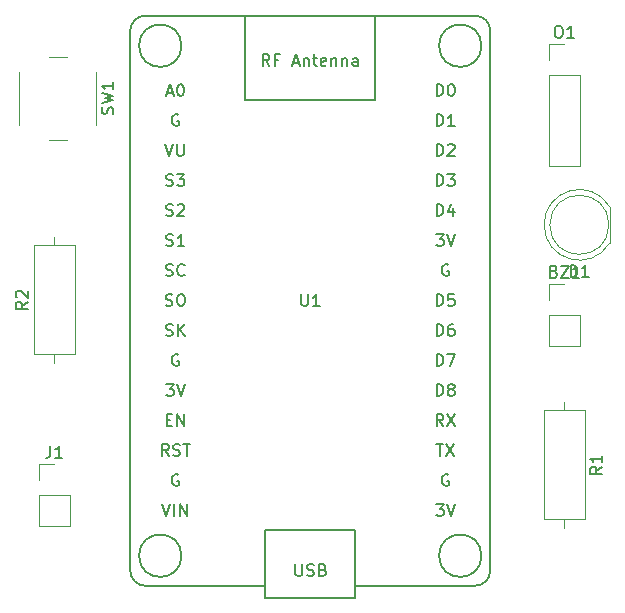
<source format=gbr>
G04 #@! TF.GenerationSoftware,KiCad,Pcbnew,5.1.5-52549c5~86~ubuntu18.04.1*
G04 #@! TF.CreationDate,2020-04-22T12:19:36+02:00*
G04 #@! TF.ProjectId,NODEMCU_PLACA_CENTRAL,4e4f4445-4d43-4555-9f50-4c4143415f43,rev?*
G04 #@! TF.SameCoordinates,Original*
G04 #@! TF.FileFunction,Legend,Top*
G04 #@! TF.FilePolarity,Positive*
%FSLAX46Y46*%
G04 Gerber Fmt 4.6, Leading zero omitted, Abs format (unit mm)*
G04 Created by KiCad (PCBNEW 5.1.5-52549c5~86~ubuntu18.04.1) date 2020-04-22 12:19:36*
%MOMM*%
%LPD*%
G04 APERTURE LIST*
%ADD10C,0.120000*%
%ADD11C,0.150000*%
G04 APERTURE END LIST*
D10*
X162500000Y-110550000D02*
X165160000Y-110550000D01*
X162500000Y-107950000D02*
X162500000Y-110550000D01*
X165160000Y-107950000D02*
X165160000Y-110550000D01*
X162500000Y-107950000D02*
X165160000Y-107950000D01*
X162500000Y-106680000D02*
X162500000Y-105350000D01*
X162500000Y-105350000D02*
X163830000Y-105350000D01*
X162110000Y-100329538D02*
G75*
G03X167660000Y-101874830I2990000J-462D01*
G01*
X162110000Y-100330462D02*
G75*
G02X167660000Y-98785170I2990000J462D01*
G01*
X167600000Y-100330000D02*
G75*
G03X167600000Y-100330000I-2500000J0D01*
G01*
X167660000Y-101875000D02*
X167660000Y-98785000D01*
X119320000Y-120590000D02*
X120650000Y-120590000D01*
X119320000Y-121920000D02*
X119320000Y-120590000D01*
X119320000Y-123190000D02*
X121980000Y-123190000D01*
X121980000Y-123190000D02*
X121980000Y-125790000D01*
X119320000Y-123190000D02*
X119320000Y-125790000D01*
X119320000Y-125790000D02*
X121980000Y-125790000D01*
X162500000Y-95310000D02*
X165160000Y-95310000D01*
X162500000Y-87630000D02*
X162500000Y-95310000D01*
X165160000Y-87630000D02*
X165160000Y-95310000D01*
X162500000Y-87630000D02*
X165160000Y-87630000D01*
X162500000Y-86360000D02*
X162500000Y-85030000D01*
X162500000Y-85030000D02*
X163830000Y-85030000D01*
X163830000Y-125960000D02*
X163830000Y-125270000D01*
X163830000Y-115340000D02*
X163830000Y-116030000D01*
X165550000Y-125270000D02*
X165550000Y-116030000D01*
X162110000Y-125270000D02*
X165550000Y-125270000D01*
X162110000Y-116030000D02*
X162110000Y-125270000D01*
X165550000Y-116030000D02*
X162110000Y-116030000D01*
X118930000Y-111300000D02*
X122370000Y-111300000D01*
X122370000Y-111300000D02*
X122370000Y-102060000D01*
X122370000Y-102060000D02*
X118930000Y-102060000D01*
X118930000Y-102060000D02*
X118930000Y-111300000D01*
X120650000Y-111990000D02*
X120650000Y-111300000D01*
X120650000Y-101370000D02*
X120650000Y-102060000D01*
X117690000Y-87360000D02*
X117690000Y-91860000D01*
X121690000Y-86110000D02*
X120190000Y-86110000D01*
X124190000Y-91860000D02*
X124190000Y-87360000D01*
X120190000Y-93110000D02*
X121690000Y-93110000D01*
D11*
X156295001Y-130885001D02*
X146125001Y-130885001D01*
X147815001Y-89755001D02*
X136815001Y-89755001D01*
X147815001Y-82625001D02*
X147815001Y-89755001D01*
X136815001Y-89755001D02*
X136815001Y-82625001D01*
X138515001Y-131885001D02*
X138515001Y-126155001D01*
X138515001Y-126155001D02*
X146115001Y-126155001D01*
X146115001Y-126155001D02*
X146115001Y-131885001D01*
X146115001Y-131885001D02*
X138515001Y-131885001D01*
X128345001Y-82625001D02*
G75*
G03X127075001Y-83895001I0J-1270000D01*
G01*
X157555001Y-83895001D02*
G75*
G03X156285001Y-82625001I-1270000J0D01*
G01*
X156285001Y-130885001D02*
G75*
G03X157555001Y-129615001I0J1270000D01*
G01*
X127075001Y-129615001D02*
G75*
G03X128345001Y-130885001I1270000J0D01*
G01*
X157555001Y-83895001D02*
X157555001Y-129615001D01*
X127075001Y-83895001D02*
X127075001Y-129615001D01*
X138515001Y-130885001D02*
X128345001Y-130885001D01*
X156811052Y-128345001D02*
G75*
G03X156811052Y-128345001I-1796051J0D01*
G01*
X131411052Y-128345001D02*
G75*
G03X131411052Y-128345001I-1796051J0D01*
G01*
X131411052Y-85165001D02*
G75*
G03X131411052Y-85165001I-1796051J0D01*
G01*
X156811052Y-85165001D02*
G75*
G03X156811052Y-85165001I-1796051J0D01*
G01*
X156285001Y-82625001D02*
X128345001Y-82625001D01*
X162949047Y-104278571D02*
X163091904Y-104326190D01*
X163139523Y-104373809D01*
X163187142Y-104469047D01*
X163187142Y-104611904D01*
X163139523Y-104707142D01*
X163091904Y-104754761D01*
X162996666Y-104802380D01*
X162615714Y-104802380D01*
X162615714Y-103802380D01*
X162949047Y-103802380D01*
X163044285Y-103850000D01*
X163091904Y-103897619D01*
X163139523Y-103992857D01*
X163139523Y-104088095D01*
X163091904Y-104183333D01*
X163044285Y-104230952D01*
X162949047Y-104278571D01*
X162615714Y-104278571D01*
X163520476Y-103802380D02*
X164187142Y-103802380D01*
X163520476Y-104802380D01*
X164187142Y-104802380D01*
X165091904Y-104802380D02*
X164520476Y-104802380D01*
X164806190Y-104802380D02*
X164806190Y-103802380D01*
X164710952Y-103945238D01*
X164615714Y-104040476D01*
X164520476Y-104088095D01*
X164361904Y-104742380D02*
X164361904Y-103742380D01*
X164600000Y-103742380D01*
X164742857Y-103790000D01*
X164838095Y-103885238D01*
X164885714Y-103980476D01*
X164933333Y-104170952D01*
X164933333Y-104313809D01*
X164885714Y-104504285D01*
X164838095Y-104599523D01*
X164742857Y-104694761D01*
X164600000Y-104742380D01*
X164361904Y-104742380D01*
X165885714Y-104742380D02*
X165314285Y-104742380D01*
X165600000Y-104742380D02*
X165600000Y-103742380D01*
X165504761Y-103885238D01*
X165409523Y-103980476D01*
X165314285Y-104028095D01*
X120316666Y-119042380D02*
X120316666Y-119756666D01*
X120269047Y-119899523D01*
X120173809Y-119994761D01*
X120030952Y-120042380D01*
X119935714Y-120042380D01*
X121316666Y-120042380D02*
X120745238Y-120042380D01*
X121030952Y-120042380D02*
X121030952Y-119042380D01*
X120935714Y-119185238D01*
X120840476Y-119280476D01*
X120745238Y-119328095D01*
X163258571Y-83482380D02*
X163449047Y-83482380D01*
X163544285Y-83530000D01*
X163639523Y-83625238D01*
X163687142Y-83815714D01*
X163687142Y-84149047D01*
X163639523Y-84339523D01*
X163544285Y-84434761D01*
X163449047Y-84482380D01*
X163258571Y-84482380D01*
X163163333Y-84434761D01*
X163068095Y-84339523D01*
X163020476Y-84149047D01*
X163020476Y-83815714D01*
X163068095Y-83625238D01*
X163163333Y-83530000D01*
X163258571Y-83482380D01*
X164639523Y-84482380D02*
X164068095Y-84482380D01*
X164353809Y-84482380D02*
X164353809Y-83482380D01*
X164258571Y-83625238D01*
X164163333Y-83720476D01*
X164068095Y-83768095D01*
X167002380Y-120816666D02*
X166526190Y-121150000D01*
X167002380Y-121388095D02*
X166002380Y-121388095D01*
X166002380Y-121007142D01*
X166050000Y-120911904D01*
X166097619Y-120864285D01*
X166192857Y-120816666D01*
X166335714Y-120816666D01*
X166430952Y-120864285D01*
X166478571Y-120911904D01*
X166526190Y-121007142D01*
X166526190Y-121388095D01*
X167002380Y-119864285D02*
X167002380Y-120435714D01*
X167002380Y-120150000D02*
X166002380Y-120150000D01*
X166145238Y-120245238D01*
X166240476Y-120340476D01*
X166288095Y-120435714D01*
X118382380Y-106846666D02*
X117906190Y-107180000D01*
X118382380Y-107418095D02*
X117382380Y-107418095D01*
X117382380Y-107037142D01*
X117430000Y-106941904D01*
X117477619Y-106894285D01*
X117572857Y-106846666D01*
X117715714Y-106846666D01*
X117810952Y-106894285D01*
X117858571Y-106941904D01*
X117906190Y-107037142D01*
X117906190Y-107418095D01*
X117477619Y-106465714D02*
X117430000Y-106418095D01*
X117382380Y-106322857D01*
X117382380Y-106084761D01*
X117430000Y-105989523D01*
X117477619Y-105941904D01*
X117572857Y-105894285D01*
X117668095Y-105894285D01*
X117810952Y-105941904D01*
X118382380Y-106513333D01*
X118382380Y-105894285D01*
X125594761Y-90943333D02*
X125642380Y-90800476D01*
X125642380Y-90562380D01*
X125594761Y-90467142D01*
X125547142Y-90419523D01*
X125451904Y-90371904D01*
X125356666Y-90371904D01*
X125261428Y-90419523D01*
X125213809Y-90467142D01*
X125166190Y-90562380D01*
X125118571Y-90752857D01*
X125070952Y-90848095D01*
X125023333Y-90895714D01*
X124928095Y-90943333D01*
X124832857Y-90943333D01*
X124737619Y-90895714D01*
X124690000Y-90848095D01*
X124642380Y-90752857D01*
X124642380Y-90514761D01*
X124690000Y-90371904D01*
X124642380Y-90038571D02*
X125642380Y-89800476D01*
X124928095Y-89610000D01*
X125642380Y-89419523D01*
X124642380Y-89181428D01*
X125642380Y-88276666D02*
X125642380Y-88848095D01*
X125642380Y-88562380D02*
X124642380Y-88562380D01*
X124785238Y-88657619D01*
X124880476Y-88752857D01*
X124928095Y-88848095D01*
X141553096Y-106207381D02*
X141553096Y-107016905D01*
X141600715Y-107112143D01*
X141648334Y-107159762D01*
X141743572Y-107207381D01*
X141934048Y-107207381D01*
X142029286Y-107159762D01*
X142076905Y-107112143D01*
X142124524Y-107016905D01*
X142124524Y-106207381D01*
X143124524Y-107207381D02*
X142553096Y-107207381D01*
X142838810Y-107207381D02*
X142838810Y-106207381D01*
X142743572Y-106350239D01*
X142648334Y-106445477D01*
X142553096Y-106493096D01*
X141053096Y-129067381D02*
X141053096Y-129876905D01*
X141100715Y-129972143D01*
X141148334Y-130019762D01*
X141243572Y-130067381D01*
X141434048Y-130067381D01*
X141529286Y-130019762D01*
X141576905Y-129972143D01*
X141624524Y-129876905D01*
X141624524Y-129067381D01*
X142053096Y-130019762D02*
X142195953Y-130067381D01*
X142434048Y-130067381D01*
X142529286Y-130019762D01*
X142576905Y-129972143D01*
X142624524Y-129876905D01*
X142624524Y-129781667D01*
X142576905Y-129686429D01*
X142529286Y-129638810D01*
X142434048Y-129591191D01*
X142243572Y-129543572D01*
X142148334Y-129495953D01*
X142100715Y-129448334D01*
X142053096Y-129353096D01*
X142053096Y-129257858D01*
X142100715Y-129162620D01*
X142148334Y-129115001D01*
X142243572Y-129067381D01*
X142481667Y-129067381D01*
X142624524Y-129115001D01*
X143386429Y-129543572D02*
X143529286Y-129591191D01*
X143576905Y-129638810D01*
X143624524Y-129734048D01*
X143624524Y-129876905D01*
X143576905Y-129972143D01*
X143529286Y-130019762D01*
X143434048Y-130067381D01*
X143053096Y-130067381D01*
X143053096Y-129067381D01*
X143386429Y-129067381D01*
X143481667Y-129115001D01*
X143529286Y-129162620D01*
X143576905Y-129257858D01*
X143576905Y-129353096D01*
X143529286Y-129448334D01*
X143481667Y-129495953D01*
X143386429Y-129543572D01*
X143053096Y-129543572D01*
X138862620Y-86887381D02*
X138529286Y-86411191D01*
X138291191Y-86887381D02*
X138291191Y-85887381D01*
X138672143Y-85887381D01*
X138767381Y-85935001D01*
X138815001Y-85982620D01*
X138862620Y-86077858D01*
X138862620Y-86220715D01*
X138815001Y-86315953D01*
X138767381Y-86363572D01*
X138672143Y-86411191D01*
X138291191Y-86411191D01*
X139624524Y-86363572D02*
X139291191Y-86363572D01*
X139291191Y-86887381D02*
X139291191Y-85887381D01*
X139767381Y-85887381D01*
X140862620Y-86601667D02*
X141338810Y-86601667D01*
X140767381Y-86887381D02*
X141100715Y-85887381D01*
X141434048Y-86887381D01*
X141767381Y-86220715D02*
X141767381Y-86887381D01*
X141767381Y-86315953D02*
X141815001Y-86268334D01*
X141910239Y-86220715D01*
X142053096Y-86220715D01*
X142148334Y-86268334D01*
X142195953Y-86363572D01*
X142195953Y-86887381D01*
X142529286Y-86220715D02*
X142910239Y-86220715D01*
X142672143Y-85887381D02*
X142672143Y-86744524D01*
X142719762Y-86839762D01*
X142815001Y-86887381D01*
X142910239Y-86887381D01*
X143624524Y-86839762D02*
X143529286Y-86887381D01*
X143338810Y-86887381D01*
X143243572Y-86839762D01*
X143195953Y-86744524D01*
X143195953Y-86363572D01*
X143243572Y-86268334D01*
X143338810Y-86220715D01*
X143529286Y-86220715D01*
X143624524Y-86268334D01*
X143672143Y-86363572D01*
X143672143Y-86458810D01*
X143195953Y-86554048D01*
X144100715Y-86220715D02*
X144100715Y-86887381D01*
X144100715Y-86315953D02*
X144148334Y-86268334D01*
X144243572Y-86220715D01*
X144386429Y-86220715D01*
X144481667Y-86268334D01*
X144529286Y-86363572D01*
X144529286Y-86887381D01*
X145005477Y-86220715D02*
X145005477Y-86887381D01*
X145005477Y-86315953D02*
X145053096Y-86268334D01*
X145148334Y-86220715D01*
X145291191Y-86220715D01*
X145386429Y-86268334D01*
X145434048Y-86363572D01*
X145434048Y-86887381D01*
X146338810Y-86887381D02*
X146338810Y-86363572D01*
X146291191Y-86268334D01*
X146195953Y-86220715D01*
X146005477Y-86220715D01*
X145910239Y-86268334D01*
X146338810Y-86839762D02*
X146243572Y-86887381D01*
X146005477Y-86887381D01*
X145910239Y-86839762D01*
X145862620Y-86744524D01*
X145862620Y-86649286D01*
X145910239Y-86554048D01*
X146005477Y-86506429D01*
X146243572Y-86506429D01*
X146338810Y-86458810D01*
X129789762Y-123987381D02*
X130123096Y-124987381D01*
X130456429Y-123987381D01*
X130789762Y-124987381D02*
X130789762Y-123987381D01*
X131265953Y-124987381D02*
X131265953Y-123987381D01*
X131837381Y-124987381D01*
X131837381Y-123987381D01*
X131146905Y-121495001D02*
X131051667Y-121447381D01*
X130908810Y-121447381D01*
X130765953Y-121495001D01*
X130670715Y-121590239D01*
X130623096Y-121685477D01*
X130575477Y-121875953D01*
X130575477Y-122018810D01*
X130623096Y-122209286D01*
X130670715Y-122304524D01*
X130765953Y-122399762D01*
X130908810Y-122447381D01*
X131004048Y-122447381D01*
X131146905Y-122399762D01*
X131194524Y-122352143D01*
X131194524Y-122018810D01*
X131004048Y-122018810D01*
X130337381Y-119907381D02*
X130004048Y-119431191D01*
X129765953Y-119907381D02*
X129765953Y-118907381D01*
X130146905Y-118907381D01*
X130242143Y-118955001D01*
X130289762Y-119002620D01*
X130337381Y-119097858D01*
X130337381Y-119240715D01*
X130289762Y-119335953D01*
X130242143Y-119383572D01*
X130146905Y-119431191D01*
X129765953Y-119431191D01*
X130718334Y-119859762D02*
X130861191Y-119907381D01*
X131099286Y-119907381D01*
X131194524Y-119859762D01*
X131242143Y-119812143D01*
X131289762Y-119716905D01*
X131289762Y-119621667D01*
X131242143Y-119526429D01*
X131194524Y-119478810D01*
X131099286Y-119431191D01*
X130908810Y-119383572D01*
X130813572Y-119335953D01*
X130765953Y-119288334D01*
X130718334Y-119193096D01*
X130718334Y-119097858D01*
X130765953Y-119002620D01*
X130813572Y-118955001D01*
X130908810Y-118907381D01*
X131146905Y-118907381D01*
X131289762Y-118955001D01*
X131575477Y-118907381D02*
X132146905Y-118907381D01*
X131861191Y-119907381D02*
X131861191Y-118907381D01*
X130146905Y-116843572D02*
X130480239Y-116843572D01*
X130623096Y-117367381D02*
X130146905Y-117367381D01*
X130146905Y-116367381D01*
X130623096Y-116367381D01*
X131051667Y-117367381D02*
X131051667Y-116367381D01*
X131623096Y-117367381D01*
X131623096Y-116367381D01*
X130123096Y-113827381D02*
X130742143Y-113827381D01*
X130408810Y-114208334D01*
X130551667Y-114208334D01*
X130646905Y-114255953D01*
X130694524Y-114303572D01*
X130742143Y-114398810D01*
X130742143Y-114636905D01*
X130694524Y-114732143D01*
X130646905Y-114779762D01*
X130551667Y-114827381D01*
X130265953Y-114827381D01*
X130170715Y-114779762D01*
X130123096Y-114732143D01*
X131027858Y-113827381D02*
X131361191Y-114827381D01*
X131694524Y-113827381D01*
X131146905Y-111335001D02*
X131051667Y-111287381D01*
X130908810Y-111287381D01*
X130765953Y-111335001D01*
X130670715Y-111430239D01*
X130623096Y-111525477D01*
X130575477Y-111715953D01*
X130575477Y-111858810D01*
X130623096Y-112049286D01*
X130670715Y-112144524D01*
X130765953Y-112239762D01*
X130908810Y-112287381D01*
X131004048Y-112287381D01*
X131146905Y-112239762D01*
X131194524Y-112192143D01*
X131194524Y-111858810D01*
X131004048Y-111858810D01*
X130099286Y-109699762D02*
X130242143Y-109747381D01*
X130480239Y-109747381D01*
X130575477Y-109699762D01*
X130623096Y-109652143D01*
X130670715Y-109556905D01*
X130670715Y-109461667D01*
X130623096Y-109366429D01*
X130575477Y-109318810D01*
X130480239Y-109271191D01*
X130289762Y-109223572D01*
X130194524Y-109175953D01*
X130146905Y-109128334D01*
X130099286Y-109033096D01*
X130099286Y-108937858D01*
X130146905Y-108842620D01*
X130194524Y-108795001D01*
X130289762Y-108747381D01*
X130527858Y-108747381D01*
X130670715Y-108795001D01*
X131099286Y-109747381D02*
X131099286Y-108747381D01*
X131670715Y-109747381D02*
X131242143Y-109175953D01*
X131670715Y-108747381D02*
X131099286Y-109318810D01*
X130075477Y-107159762D02*
X130218334Y-107207381D01*
X130456429Y-107207381D01*
X130551667Y-107159762D01*
X130599286Y-107112143D01*
X130646905Y-107016905D01*
X130646905Y-106921667D01*
X130599286Y-106826429D01*
X130551667Y-106778810D01*
X130456429Y-106731191D01*
X130265953Y-106683572D01*
X130170715Y-106635953D01*
X130123096Y-106588334D01*
X130075477Y-106493096D01*
X130075477Y-106397858D01*
X130123096Y-106302620D01*
X130170715Y-106255001D01*
X130265953Y-106207381D01*
X130504048Y-106207381D01*
X130646905Y-106255001D01*
X131265953Y-106207381D02*
X131456429Y-106207381D01*
X131551667Y-106255001D01*
X131646905Y-106350239D01*
X131694524Y-106540715D01*
X131694524Y-106874048D01*
X131646905Y-107064524D01*
X131551667Y-107159762D01*
X131456429Y-107207381D01*
X131265953Y-107207381D01*
X131170715Y-107159762D01*
X131075477Y-107064524D01*
X131027858Y-106874048D01*
X131027858Y-106540715D01*
X131075477Y-106350239D01*
X131170715Y-106255001D01*
X131265953Y-106207381D01*
X130099286Y-104619762D02*
X130242143Y-104667381D01*
X130480239Y-104667381D01*
X130575477Y-104619762D01*
X130623096Y-104572143D01*
X130670715Y-104476905D01*
X130670715Y-104381667D01*
X130623096Y-104286429D01*
X130575477Y-104238810D01*
X130480239Y-104191191D01*
X130289762Y-104143572D01*
X130194524Y-104095953D01*
X130146905Y-104048334D01*
X130099286Y-103953096D01*
X130099286Y-103857858D01*
X130146905Y-103762620D01*
X130194524Y-103715001D01*
X130289762Y-103667381D01*
X130527858Y-103667381D01*
X130670715Y-103715001D01*
X131670715Y-104572143D02*
X131623096Y-104619762D01*
X131480239Y-104667381D01*
X131385001Y-104667381D01*
X131242143Y-104619762D01*
X131146905Y-104524524D01*
X131099286Y-104429286D01*
X131051667Y-104238810D01*
X131051667Y-104095953D01*
X131099286Y-103905477D01*
X131146905Y-103810239D01*
X131242143Y-103715001D01*
X131385001Y-103667381D01*
X131480239Y-103667381D01*
X131623096Y-103715001D01*
X131670715Y-103762620D01*
X130123096Y-102079762D02*
X130265953Y-102127381D01*
X130504048Y-102127381D01*
X130599286Y-102079762D01*
X130646905Y-102032143D01*
X130694524Y-101936905D01*
X130694524Y-101841667D01*
X130646905Y-101746429D01*
X130599286Y-101698810D01*
X130504048Y-101651191D01*
X130313572Y-101603572D01*
X130218334Y-101555953D01*
X130170715Y-101508334D01*
X130123096Y-101413096D01*
X130123096Y-101317858D01*
X130170715Y-101222620D01*
X130218334Y-101175001D01*
X130313572Y-101127381D01*
X130551667Y-101127381D01*
X130694524Y-101175001D01*
X131646905Y-102127381D02*
X131075477Y-102127381D01*
X131361191Y-102127381D02*
X131361191Y-101127381D01*
X131265953Y-101270239D01*
X131170715Y-101365477D01*
X131075477Y-101413096D01*
X130123096Y-99539762D02*
X130265953Y-99587381D01*
X130504048Y-99587381D01*
X130599286Y-99539762D01*
X130646905Y-99492143D01*
X130694524Y-99396905D01*
X130694524Y-99301667D01*
X130646905Y-99206429D01*
X130599286Y-99158810D01*
X130504048Y-99111191D01*
X130313572Y-99063572D01*
X130218334Y-99015953D01*
X130170715Y-98968334D01*
X130123096Y-98873096D01*
X130123096Y-98777858D01*
X130170715Y-98682620D01*
X130218334Y-98635001D01*
X130313572Y-98587381D01*
X130551667Y-98587381D01*
X130694524Y-98635001D01*
X131075477Y-98682620D02*
X131123096Y-98635001D01*
X131218334Y-98587381D01*
X131456429Y-98587381D01*
X131551667Y-98635001D01*
X131599286Y-98682620D01*
X131646905Y-98777858D01*
X131646905Y-98873096D01*
X131599286Y-99015953D01*
X131027858Y-99587381D01*
X131646905Y-99587381D01*
X130123096Y-96999762D02*
X130265953Y-97047381D01*
X130504048Y-97047381D01*
X130599286Y-96999762D01*
X130646905Y-96952143D01*
X130694524Y-96856905D01*
X130694524Y-96761667D01*
X130646905Y-96666429D01*
X130599286Y-96618810D01*
X130504048Y-96571191D01*
X130313572Y-96523572D01*
X130218334Y-96475953D01*
X130170715Y-96428334D01*
X130123096Y-96333096D01*
X130123096Y-96237858D01*
X130170715Y-96142620D01*
X130218334Y-96095001D01*
X130313572Y-96047381D01*
X130551667Y-96047381D01*
X130694524Y-96095001D01*
X131027858Y-96047381D02*
X131646905Y-96047381D01*
X131313572Y-96428334D01*
X131456429Y-96428334D01*
X131551667Y-96475953D01*
X131599286Y-96523572D01*
X131646905Y-96618810D01*
X131646905Y-96856905D01*
X131599286Y-96952143D01*
X131551667Y-96999762D01*
X131456429Y-97047381D01*
X131170715Y-97047381D01*
X131075477Y-96999762D01*
X131027858Y-96952143D01*
X130027858Y-93507381D02*
X130361191Y-94507381D01*
X130694524Y-93507381D01*
X131027858Y-93507381D02*
X131027858Y-94316905D01*
X131075477Y-94412143D01*
X131123096Y-94459762D01*
X131218334Y-94507381D01*
X131408810Y-94507381D01*
X131504048Y-94459762D01*
X131551667Y-94412143D01*
X131599286Y-94316905D01*
X131599286Y-93507381D01*
X131146905Y-91015001D02*
X131051667Y-90967381D01*
X130908810Y-90967381D01*
X130765953Y-91015001D01*
X130670715Y-91110239D01*
X130623096Y-91205477D01*
X130575477Y-91395953D01*
X130575477Y-91538810D01*
X130623096Y-91729286D01*
X130670715Y-91824524D01*
X130765953Y-91919762D01*
X130908810Y-91967381D01*
X131004048Y-91967381D01*
X131146905Y-91919762D01*
X131194524Y-91872143D01*
X131194524Y-91538810D01*
X131004048Y-91538810D01*
X130170715Y-89141667D02*
X130646905Y-89141667D01*
X130075477Y-89427381D02*
X130408810Y-88427381D01*
X130742143Y-89427381D01*
X131265953Y-88427381D02*
X131361191Y-88427381D01*
X131456429Y-88475001D01*
X131504048Y-88522620D01*
X131551667Y-88617858D01*
X131599286Y-88808334D01*
X131599286Y-89046429D01*
X131551667Y-89236905D01*
X131504048Y-89332143D01*
X131456429Y-89379762D01*
X131361191Y-89427381D01*
X131265953Y-89427381D01*
X131170715Y-89379762D01*
X131123096Y-89332143D01*
X131075477Y-89236905D01*
X131027858Y-89046429D01*
X131027858Y-88808334D01*
X131075477Y-88617858D01*
X131123096Y-88522620D01*
X131170715Y-88475001D01*
X131265953Y-88427381D01*
X152983096Y-123987381D02*
X153602143Y-123987381D01*
X153268810Y-124368334D01*
X153411667Y-124368334D01*
X153506905Y-124415953D01*
X153554524Y-124463572D01*
X153602143Y-124558810D01*
X153602143Y-124796905D01*
X153554524Y-124892143D01*
X153506905Y-124939762D01*
X153411667Y-124987381D01*
X153125953Y-124987381D01*
X153030715Y-124939762D01*
X152983096Y-124892143D01*
X153887858Y-123987381D02*
X154221191Y-124987381D01*
X154554524Y-123987381D01*
X154006905Y-121495001D02*
X153911667Y-121447381D01*
X153768810Y-121447381D01*
X153625953Y-121495001D01*
X153530715Y-121590239D01*
X153483096Y-121685477D01*
X153435477Y-121875953D01*
X153435477Y-122018810D01*
X153483096Y-122209286D01*
X153530715Y-122304524D01*
X153625953Y-122399762D01*
X153768810Y-122447381D01*
X153864048Y-122447381D01*
X154006905Y-122399762D01*
X154054524Y-122352143D01*
X154054524Y-122018810D01*
X153864048Y-122018810D01*
X152983096Y-118907381D02*
X153554524Y-118907381D01*
X153268810Y-119907381D02*
X153268810Y-118907381D01*
X153792620Y-118907381D02*
X154459286Y-119907381D01*
X154459286Y-118907381D02*
X153792620Y-119907381D01*
X153578334Y-117367381D02*
X153245001Y-116891191D01*
X153006905Y-117367381D02*
X153006905Y-116367381D01*
X153387858Y-116367381D01*
X153483096Y-116415001D01*
X153530715Y-116462620D01*
X153578334Y-116557858D01*
X153578334Y-116700715D01*
X153530715Y-116795953D01*
X153483096Y-116843572D01*
X153387858Y-116891191D01*
X153006905Y-116891191D01*
X153911667Y-116367381D02*
X154578334Y-117367381D01*
X154578334Y-116367381D02*
X153911667Y-117367381D01*
X153006905Y-114827381D02*
X153006905Y-113827381D01*
X153245001Y-113827381D01*
X153387858Y-113875001D01*
X153483096Y-113970239D01*
X153530715Y-114065477D01*
X153578334Y-114255953D01*
X153578334Y-114398810D01*
X153530715Y-114589286D01*
X153483096Y-114684524D01*
X153387858Y-114779762D01*
X153245001Y-114827381D01*
X153006905Y-114827381D01*
X154149762Y-114255953D02*
X154054524Y-114208334D01*
X154006905Y-114160715D01*
X153959286Y-114065477D01*
X153959286Y-114017858D01*
X154006905Y-113922620D01*
X154054524Y-113875001D01*
X154149762Y-113827381D01*
X154340239Y-113827381D01*
X154435477Y-113875001D01*
X154483096Y-113922620D01*
X154530715Y-114017858D01*
X154530715Y-114065477D01*
X154483096Y-114160715D01*
X154435477Y-114208334D01*
X154340239Y-114255953D01*
X154149762Y-114255953D01*
X154054524Y-114303572D01*
X154006905Y-114351191D01*
X153959286Y-114446429D01*
X153959286Y-114636905D01*
X154006905Y-114732143D01*
X154054524Y-114779762D01*
X154149762Y-114827381D01*
X154340239Y-114827381D01*
X154435477Y-114779762D01*
X154483096Y-114732143D01*
X154530715Y-114636905D01*
X154530715Y-114446429D01*
X154483096Y-114351191D01*
X154435477Y-114303572D01*
X154340239Y-114255953D01*
X153006905Y-112287381D02*
X153006905Y-111287381D01*
X153245001Y-111287381D01*
X153387858Y-111335001D01*
X153483096Y-111430239D01*
X153530715Y-111525477D01*
X153578334Y-111715953D01*
X153578334Y-111858810D01*
X153530715Y-112049286D01*
X153483096Y-112144524D01*
X153387858Y-112239762D01*
X153245001Y-112287381D01*
X153006905Y-112287381D01*
X153911667Y-111287381D02*
X154578334Y-111287381D01*
X154149762Y-112287381D01*
X153006905Y-109747381D02*
X153006905Y-108747381D01*
X153245001Y-108747381D01*
X153387858Y-108795001D01*
X153483096Y-108890239D01*
X153530715Y-108985477D01*
X153578334Y-109175953D01*
X153578334Y-109318810D01*
X153530715Y-109509286D01*
X153483096Y-109604524D01*
X153387858Y-109699762D01*
X153245001Y-109747381D01*
X153006905Y-109747381D01*
X154435477Y-108747381D02*
X154245001Y-108747381D01*
X154149762Y-108795001D01*
X154102143Y-108842620D01*
X154006905Y-108985477D01*
X153959286Y-109175953D01*
X153959286Y-109556905D01*
X154006905Y-109652143D01*
X154054524Y-109699762D01*
X154149762Y-109747381D01*
X154340239Y-109747381D01*
X154435477Y-109699762D01*
X154483096Y-109652143D01*
X154530715Y-109556905D01*
X154530715Y-109318810D01*
X154483096Y-109223572D01*
X154435477Y-109175953D01*
X154340239Y-109128334D01*
X154149762Y-109128334D01*
X154054524Y-109175953D01*
X154006905Y-109223572D01*
X153959286Y-109318810D01*
X153006905Y-107207381D02*
X153006905Y-106207381D01*
X153245001Y-106207381D01*
X153387858Y-106255001D01*
X153483096Y-106350239D01*
X153530715Y-106445477D01*
X153578334Y-106635953D01*
X153578334Y-106778810D01*
X153530715Y-106969286D01*
X153483096Y-107064524D01*
X153387858Y-107159762D01*
X153245001Y-107207381D01*
X153006905Y-107207381D01*
X154483096Y-106207381D02*
X154006905Y-106207381D01*
X153959286Y-106683572D01*
X154006905Y-106635953D01*
X154102143Y-106588334D01*
X154340239Y-106588334D01*
X154435477Y-106635953D01*
X154483096Y-106683572D01*
X154530715Y-106778810D01*
X154530715Y-107016905D01*
X154483096Y-107112143D01*
X154435477Y-107159762D01*
X154340239Y-107207381D01*
X154102143Y-107207381D01*
X154006905Y-107159762D01*
X153959286Y-107112143D01*
X154006905Y-103715001D02*
X153911667Y-103667381D01*
X153768810Y-103667381D01*
X153625953Y-103715001D01*
X153530715Y-103810239D01*
X153483096Y-103905477D01*
X153435477Y-104095953D01*
X153435477Y-104238810D01*
X153483096Y-104429286D01*
X153530715Y-104524524D01*
X153625953Y-104619762D01*
X153768810Y-104667381D01*
X153864048Y-104667381D01*
X154006905Y-104619762D01*
X154054524Y-104572143D01*
X154054524Y-104238810D01*
X153864048Y-104238810D01*
X152983096Y-101127381D02*
X153602143Y-101127381D01*
X153268810Y-101508334D01*
X153411667Y-101508334D01*
X153506905Y-101555953D01*
X153554524Y-101603572D01*
X153602143Y-101698810D01*
X153602143Y-101936905D01*
X153554524Y-102032143D01*
X153506905Y-102079762D01*
X153411667Y-102127381D01*
X153125953Y-102127381D01*
X153030715Y-102079762D01*
X152983096Y-102032143D01*
X153887858Y-101127381D02*
X154221191Y-102127381D01*
X154554524Y-101127381D01*
X153006905Y-99587381D02*
X153006905Y-98587381D01*
X153245001Y-98587381D01*
X153387858Y-98635001D01*
X153483096Y-98730239D01*
X153530715Y-98825477D01*
X153578334Y-99015953D01*
X153578334Y-99158810D01*
X153530715Y-99349286D01*
X153483096Y-99444524D01*
X153387858Y-99539762D01*
X153245001Y-99587381D01*
X153006905Y-99587381D01*
X154435477Y-98920715D02*
X154435477Y-99587381D01*
X154197381Y-98539762D02*
X153959286Y-99254048D01*
X154578334Y-99254048D01*
X153006905Y-97047381D02*
X153006905Y-96047381D01*
X153245001Y-96047381D01*
X153387858Y-96095001D01*
X153483096Y-96190239D01*
X153530715Y-96285477D01*
X153578334Y-96475953D01*
X153578334Y-96618810D01*
X153530715Y-96809286D01*
X153483096Y-96904524D01*
X153387858Y-96999762D01*
X153245001Y-97047381D01*
X153006905Y-97047381D01*
X153911667Y-96047381D02*
X154530715Y-96047381D01*
X154197381Y-96428334D01*
X154340239Y-96428334D01*
X154435477Y-96475953D01*
X154483096Y-96523572D01*
X154530715Y-96618810D01*
X154530715Y-96856905D01*
X154483096Y-96952143D01*
X154435477Y-96999762D01*
X154340239Y-97047381D01*
X154054524Y-97047381D01*
X153959286Y-96999762D01*
X153911667Y-96952143D01*
X153006905Y-94507381D02*
X153006905Y-93507381D01*
X153245001Y-93507381D01*
X153387858Y-93555001D01*
X153483096Y-93650239D01*
X153530715Y-93745477D01*
X153578334Y-93935953D01*
X153578334Y-94078810D01*
X153530715Y-94269286D01*
X153483096Y-94364524D01*
X153387858Y-94459762D01*
X153245001Y-94507381D01*
X153006905Y-94507381D01*
X153959286Y-93602620D02*
X154006905Y-93555001D01*
X154102143Y-93507381D01*
X154340239Y-93507381D01*
X154435477Y-93555001D01*
X154483096Y-93602620D01*
X154530715Y-93697858D01*
X154530715Y-93793096D01*
X154483096Y-93935953D01*
X153911667Y-94507381D01*
X154530715Y-94507381D01*
X153006905Y-91967381D02*
X153006905Y-90967381D01*
X153245001Y-90967381D01*
X153387858Y-91015001D01*
X153483096Y-91110239D01*
X153530715Y-91205477D01*
X153578334Y-91395953D01*
X153578334Y-91538810D01*
X153530715Y-91729286D01*
X153483096Y-91824524D01*
X153387858Y-91919762D01*
X153245001Y-91967381D01*
X153006905Y-91967381D01*
X154530715Y-91967381D02*
X153959286Y-91967381D01*
X154245001Y-91967381D02*
X154245001Y-90967381D01*
X154149762Y-91110239D01*
X154054524Y-91205477D01*
X153959286Y-91253096D01*
X153006905Y-89427381D02*
X153006905Y-88427381D01*
X153245001Y-88427381D01*
X153387858Y-88475001D01*
X153483096Y-88570239D01*
X153530715Y-88665477D01*
X153578334Y-88855953D01*
X153578334Y-88998810D01*
X153530715Y-89189286D01*
X153483096Y-89284524D01*
X153387858Y-89379762D01*
X153245001Y-89427381D01*
X153006905Y-89427381D01*
X154197381Y-88427381D02*
X154292620Y-88427381D01*
X154387858Y-88475001D01*
X154435477Y-88522620D01*
X154483096Y-88617858D01*
X154530715Y-88808334D01*
X154530715Y-89046429D01*
X154483096Y-89236905D01*
X154435477Y-89332143D01*
X154387858Y-89379762D01*
X154292620Y-89427381D01*
X154197381Y-89427381D01*
X154102143Y-89379762D01*
X154054524Y-89332143D01*
X154006905Y-89236905D01*
X153959286Y-89046429D01*
X153959286Y-88808334D01*
X154006905Y-88617858D01*
X154054524Y-88522620D01*
X154102143Y-88475001D01*
X154197381Y-88427381D01*
M02*

</source>
